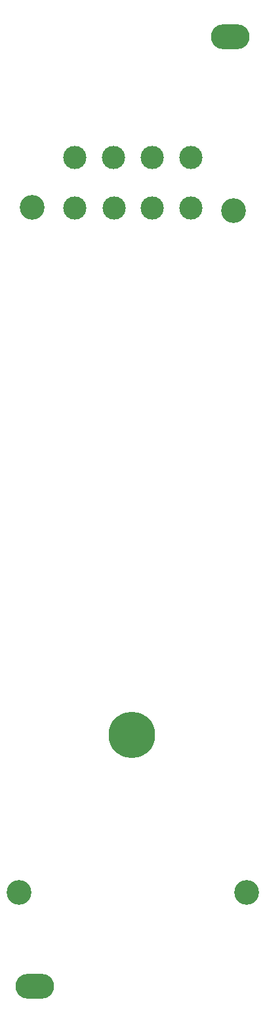
<source format=gbr>
G04 #@! TF.GenerationSoftware,KiCad,Pcbnew,(6.0.11)*
G04 #@! TF.CreationDate,2023-03-02T17:20:23+00:00*
G04 #@! TF.ProjectId,QMidiMonger_panel,514d6964-694d-46f6-9e67-65725f70616e,rev?*
G04 #@! TF.SameCoordinates,Original*
G04 #@! TF.FileFunction,Soldermask,Bot*
G04 #@! TF.FilePolarity,Negative*
%FSLAX46Y46*%
G04 Gerber Fmt 4.6, Leading zero omitted, Abs format (unit mm)*
G04 Created by KiCad (PCBNEW (6.0.11)) date 2023-03-02 17:20:23*
%MOMM*%
%LPD*%
G01*
G04 APERTURE LIST*
%ADD10C,3.200000*%
%ADD11C,3.000000*%
%ADD12O,5.000000X3.200000*%
%ADD13C,6.000000*%
G04 APERTURE END LIST*
D10*
X130700000Y-142400000D03*
D11*
X113500000Y-47600000D03*
X118500000Y-47600000D03*
X108500000Y-54100000D03*
X118500000Y-54100000D03*
X108500000Y-47600000D03*
X123500000Y-47600000D03*
X113600000Y-54100000D03*
X123500000Y-54100000D03*
D12*
X103400000Y-154500000D03*
X128600000Y-32000000D03*
D13*
X115900000Y-122100000D03*
D10*
X101300000Y-142400000D03*
X129000000Y-54400000D03*
X103000000Y-54000000D03*
M02*

</source>
